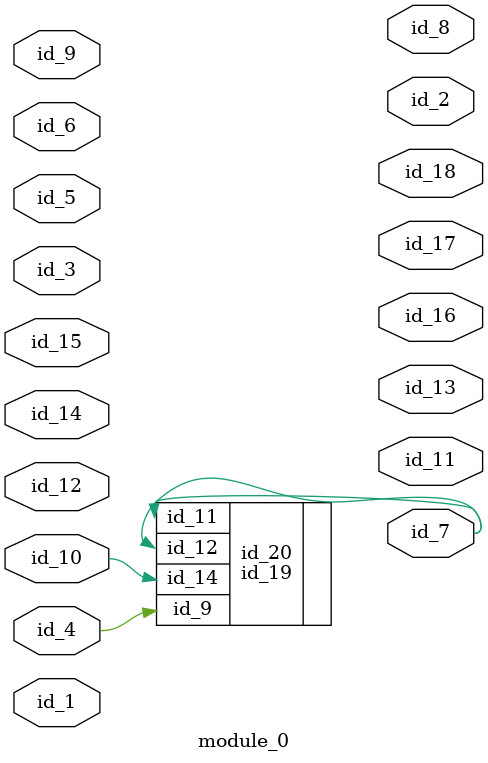
<source format=v>
module module_0 (
    id_1,
    id_2,
    id_3,
    id_4,
    id_5,
    id_6,
    id_7,
    id_8,
    id_9,
    id_10,
    id_11,
    id_12,
    id_13,
    id_14,
    id_15,
    id_16,
    id_17,
    id_18
);
  output id_18;
  output id_17;
  output id_16;
  input id_15;
  input id_14;
  output id_13;
  input id_12;
  output id_11;
  input id_10;
  input id_9;
  output id_8;
  output id_7;
  input id_6;
  input id_5;
  input id_4;
  input id_3;
  output id_2;
  input id_1;
  id_19 id_20 (
      .id_14(id_10),
      .id_9 (id_4),
      .id_11(id_7),
      .id_12(id_7)
  );
endmodule

</source>
